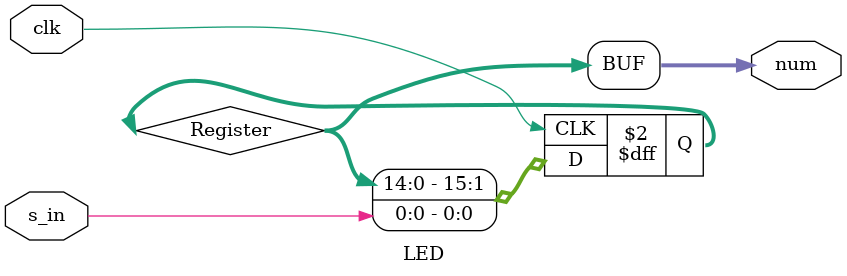
<source format=v>
`timescale 1ns / 1ps
module LED(
		input wire clk,
		input wire s_in,
		output wire [15:0] num
    );
		reg [15:0] Register;
		always @(posedge clk) begin
			Register <= {Register[14:0], s_in};
		end
		assign num = Register;


endmodule

</source>
